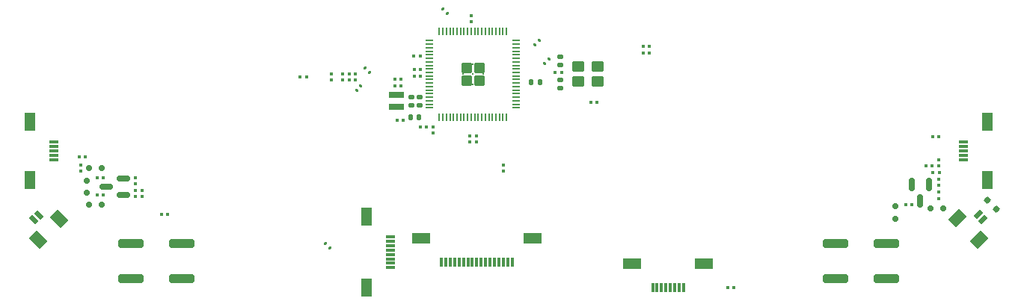
<source format=gbr>
%TF.GenerationSoftware,KiCad,Pcbnew,9.0.6-rc2*%
%TF.CreationDate,2025-11-07T01:00:34-08:00*%
%TF.ProjectId,Latte_Main_Board,4c617474-655f-44d6-9169-6e5f426f6172,rev?*%
%TF.SameCoordinates,Original*%
%TF.FileFunction,Paste,Bot*%
%TF.FilePolarity,Positive*%
%FSLAX46Y46*%
G04 Gerber Fmt 4.6, Leading zero omitted, Abs format (unit mm)*
G04 Created by KiCad (PCBNEW 9.0.6-rc2) date 2025-11-07 01:00:34*
%MOMM*%
%LPD*%
G01*
G04 APERTURE LIST*
G04 Aperture macros list*
%AMRoundRect*
0 Rectangle with rounded corners*
0 $1 Rounding radius*
0 $2 $3 $4 $5 $6 $7 $8 $9 X,Y pos of 4 corners*
0 Add a 4 corners polygon primitive as box body*
4,1,4,$2,$3,$4,$5,$6,$7,$8,$9,$2,$3,0*
0 Add four circle primitives for the rounded corners*
1,1,$1+$1,$2,$3*
1,1,$1+$1,$4,$5*
1,1,$1+$1,$6,$7*
1,1,$1+$1,$8,$9*
0 Add four rect primitives between the rounded corners*
20,1,$1+$1,$2,$3,$4,$5,0*
20,1,$1+$1,$4,$5,$6,$7,0*
20,1,$1+$1,$6,$7,$8,$9,0*
20,1,$1+$1,$8,$9,$2,$3,0*%
%AMRotRect*
0 Rectangle, with rotation*
0 The origin of the aperture is its center*
0 $1 length*
0 $2 width*
0 $3 Rotation angle, in degrees counterclockwise*
0 Add horizontal line*
21,1,$1,$2,0,0,$3*%
G04 Aperture macros list end*
%ADD10RoundRect,0.150000X0.587500X0.150000X-0.587500X0.150000X-0.587500X-0.150000X0.587500X-0.150000X0*%
%ADD11RoundRect,0.150000X0.247487X0.035355X0.035355X0.247487X-0.247487X-0.035355X-0.035355X-0.247487X0*%
%ADD12RoundRect,0.079500X0.079500X0.100500X-0.079500X0.100500X-0.079500X-0.100500X0.079500X-0.100500X0*%
%ADD13RoundRect,0.150000X0.150000X0.200000X-0.150000X0.200000X-0.150000X-0.200000X0.150000X-0.200000X0*%
%ADD14RoundRect,0.079500X-0.079500X-0.100500X0.079500X-0.100500X0.079500X0.100500X-0.079500X0.100500X0*%
%ADD15RoundRect,0.140000X-0.170000X0.140000X-0.170000X-0.140000X0.170000X-0.140000X0.170000X0.140000X0*%
%ADD16RoundRect,0.079500X0.014849X-0.127279X0.127279X-0.014849X-0.014849X0.127279X-0.127279X0.014849X0*%
%ADD17R,1.700000X0.700000*%
%ADD18RoundRect,0.079500X-0.127279X-0.014849X-0.014849X-0.127279X0.127279X0.014849X0.014849X0.127279X0*%
%ADD19RotRect,0.500000X1.000000X135.000000*%
%ADD20RotRect,1.200000X1.700000X135.000000*%
%ADD21RoundRect,0.079500X0.100500X-0.079500X0.100500X0.079500X-0.100500X0.079500X-0.100500X-0.079500X0*%
%ADD22RoundRect,0.079500X-0.100500X0.079500X-0.100500X-0.079500X0.100500X-0.079500X0.100500X0.079500X0*%
%ADD23RoundRect,0.150000X-1.250000X-0.350000X1.250000X-0.350000X1.250000X0.350000X-1.250000X0.350000X0*%
%ADD24RoundRect,0.140000X0.170000X-0.140000X0.170000X0.140000X-0.170000X0.140000X-0.170000X-0.140000X0*%
%ADD25RoundRect,0.140000X-0.140000X-0.170000X0.140000X-0.170000X0.140000X0.170000X-0.140000X0.170000X0*%
%ADD26RotRect,0.500000X1.000000X225.000000*%
%ADD27RotRect,1.200000X1.700000X225.000000*%
%ADD28RoundRect,0.079500X0.127279X0.014849X0.014849X0.127279X-0.127279X-0.014849X-0.014849X-0.127279X0*%
%ADD29RoundRect,0.250000X-0.350000X0.350000X-0.350000X-0.350000X0.350000X-0.350000X0.350000X0.350000X0*%
%ADD30RoundRect,0.055000X0.055000X0.335000X-0.055000X0.335000X-0.055000X-0.335000X0.055000X-0.335000X0*%
%ADD31RoundRect,0.055000X-0.335000X0.055000X-0.335000X-0.055000X0.335000X-0.055000X0.335000X0.055000X0*%
%ADD32R,0.133333X0.133333*%
%ADD33RoundRect,0.150000X-0.150000X-0.200000X0.150000X-0.200000X0.150000X0.200000X-0.150000X0.200000X0*%
%ADD34R,0.300000X1.000000*%
%ADD35R,2.000000X1.300000*%
%ADD36R,1.000000X0.300000*%
%ADD37R,1.300000X2.000000*%
%ADD38RoundRect,0.150000X-0.150000X0.587500X-0.150000X-0.587500X0.150000X-0.587500X0.150000X0.587500X0*%
%ADD39RoundRect,0.150000X0.200000X-0.150000X0.200000X0.150000X-0.200000X0.150000X-0.200000X-0.150000X0*%
%ADD40RoundRect,0.250000X-0.450000X-0.350000X0.450000X-0.350000X0.450000X0.350000X-0.450000X0.350000X0*%
G04 APERTURE END LIST*
D10*
%TO.C,Q1*%
X32535099Y-58663800D03*
X32535099Y-60563800D03*
X30660098Y-59613800D03*
%TD*%
D11*
%TO.C,D5*%
X130365825Y-61150825D03*
X131355775Y-62140775D03*
%TD*%
D12*
%TO.C,R21*%
X101685000Y-71070000D03*
X100995000Y-71070000D03*
%TD*%
D13*
%TO.C,D4*%
X28687800Y-61696600D03*
X30087800Y-61696600D03*
%TD*%
D14*
%TO.C,C12*%
X29576200Y-60579000D03*
X30266200Y-60579000D03*
%TD*%
%TO.C,R31*%
X91405000Y-44470000D03*
X92095000Y-44470000D03*
%TD*%
D15*
%TO.C,C40*%
X65190000Y-49450927D03*
X65190000Y-50410927D03*
%TD*%
D16*
%TO.C,C37*%
X79181848Y-43550952D03*
X79669752Y-43063048D03*
%TD*%
D17*
%TO.C,L1*%
X63510000Y-49180000D03*
X63510000Y-50580000D03*
%TD*%
D18*
%TO.C,R22*%
X55456048Y-66096048D03*
X55943952Y-66583952D03*
%TD*%
D14*
%TO.C,R16*%
X36885000Y-62730000D03*
X37575000Y-62730000D03*
%TD*%
D19*
%TO.C,J1*%
X129882983Y-63312703D03*
X129317297Y-62747017D03*
D20*
X129423363Y-65610800D03*
X127019200Y-63206637D03*
%TD*%
D12*
%TO.C,C31*%
X66842200Y-52857400D03*
X66152200Y-52857400D03*
%TD*%
D21*
%TO.C,C19*%
X71932800Y-40908800D03*
X71932800Y-40218800D03*
%TD*%
D14*
%TO.C,R1*%
X81468400Y-46685200D03*
X82158400Y-46685200D03*
%TD*%
D12*
%TO.C,C34*%
X66181800Y-47117000D03*
X65491800Y-47117000D03*
%TD*%
D15*
%TO.C,C2*%
X82042000Y-47526000D03*
X82042000Y-48486000D03*
%TD*%
D14*
%TO.C,R2*%
X91405000Y-43670000D03*
X92095000Y-43670000D03*
%TD*%
D22*
%TO.C,R13*%
X58110000Y-46865000D03*
X58110000Y-47555000D03*
%TD*%
D14*
%TO.C,R24*%
X85495000Y-50090000D03*
X86185000Y-50090000D03*
%TD*%
D23*
%TO.C,SW3*%
X113175078Y-70046612D03*
X118975078Y-70046612D03*
X113175078Y-66046612D03*
X118975078Y-66046612D03*
%TD*%
D14*
%TO.C,C10*%
X124216600Y-58013600D03*
X124906600Y-58013600D03*
%TD*%
D12*
%TO.C,C35*%
X66182743Y-46365007D03*
X65492743Y-46365007D03*
%TD*%
D23*
%TO.C,SW4*%
X33404922Y-70046612D03*
X39204922Y-70046612D03*
X33404922Y-66046612D03*
X39204922Y-66046612D03*
%TD*%
D22*
%TO.C,C32*%
X67614800Y-52868000D03*
X67614800Y-53558000D03*
%TD*%
%TO.C,C30*%
X72542400Y-53858600D03*
X72542400Y-54548600D03*
%TD*%
D12*
%TO.C,R28*%
X28235000Y-56210000D03*
X27545000Y-56210000D03*
%TD*%
D14*
%TO.C,R29*%
X124175000Y-53950000D03*
X124865000Y-53950000D03*
%TD*%
D21*
%TO.C,R7*%
X33959800Y-59273000D03*
X33959800Y-58583000D03*
%TD*%
D16*
%TO.C,C38*%
X80248648Y-45633752D03*
X80736552Y-45145848D03*
%TD*%
D22*
%TO.C,C13*%
X124891800Y-58786200D03*
X124891800Y-59476200D03*
%TD*%
D12*
%TO.C,C33*%
X66156400Y-44780200D03*
X65466400Y-44780200D03*
%TD*%
D24*
%TO.C,C1*%
X82042000Y-45844400D03*
X82042000Y-44884400D03*
%TD*%
D25*
%TO.C,C23*%
X78742600Y-47777400D03*
X79702600Y-47777400D03*
%TD*%
D21*
%TO.C,R6*%
X124891800Y-57266400D03*
X124891800Y-56576400D03*
%TD*%
D14*
%TO.C,R3*%
X63335000Y-47470000D03*
X64025000Y-47470000D03*
%TD*%
D12*
%TO.C,C11*%
X30291601Y-58648600D03*
X29601601Y-58648600D03*
%TD*%
D26*
%TO.C,J2*%
X23012703Y-62817017D03*
X22447017Y-63382703D03*
D27*
X25310800Y-63276637D03*
X22906637Y-65680800D03*
%TD*%
D28*
%TO.C,C36*%
X69230352Y-39994952D03*
X68742448Y-39507048D03*
%TD*%
D12*
%TO.C,C14*%
X121807800Y-61645800D03*
X121117800Y-61645800D03*
%TD*%
D22*
%TO.C,R23*%
X75560000Y-57170000D03*
X75560000Y-57860000D03*
%TD*%
D29*
%TO.C,U2*%
X72836667Y-46173333D03*
X71436667Y-46173333D03*
X72836667Y-47573333D03*
X71436667Y-47573333D03*
D30*
X68336667Y-41976833D03*
X68736667Y-41976834D03*
X69136667Y-41976833D03*
X69536667Y-41976833D03*
X69936667Y-41976834D03*
X70336667Y-41976833D03*
X70736667Y-41976833D03*
X71136667Y-41976833D03*
X71536667Y-41976834D03*
X71936667Y-41976833D03*
X72336667Y-41976833D03*
X72736667Y-41976834D03*
X73136667Y-41976833D03*
X73536667Y-41976833D03*
X73936667Y-41976833D03*
X74336667Y-41976834D03*
X74736667Y-41976833D03*
X75136667Y-41976833D03*
X75536667Y-41976834D03*
X75936667Y-41976833D03*
D31*
X77033167Y-43073333D03*
X77033166Y-43473333D03*
X77033167Y-43873333D03*
X77033167Y-44273333D03*
X77033166Y-44673333D03*
X77033167Y-45073333D03*
X77033167Y-45473333D03*
X77033167Y-45873333D03*
X77033166Y-46273333D03*
X77033167Y-46673333D03*
X77033167Y-47073333D03*
X77033166Y-47473333D03*
X77033167Y-47873333D03*
X77033167Y-48273333D03*
X77033167Y-48673333D03*
X77033166Y-49073333D03*
X77033167Y-49473333D03*
X77033167Y-49873333D03*
X77033166Y-50273333D03*
X77033167Y-50673333D03*
D30*
X75936667Y-51769833D03*
X75536667Y-51769832D03*
X75136667Y-51769833D03*
X74736667Y-51769833D03*
X74336667Y-51769832D03*
X73936667Y-51769833D03*
X73536667Y-51769833D03*
X73136667Y-51769833D03*
X72736667Y-51769832D03*
X72336667Y-51769833D03*
X71936667Y-51769833D03*
X71536667Y-51769832D03*
X71136667Y-51769833D03*
X70736667Y-51769833D03*
X70336667Y-51769833D03*
X69936667Y-51769832D03*
X69536667Y-51769833D03*
X69136667Y-51769833D03*
X68736667Y-51769832D03*
X68336667Y-51769833D03*
D31*
X67240167Y-50673333D03*
X67240168Y-50273333D03*
X67240167Y-49873333D03*
X67240167Y-49473333D03*
X67240168Y-49073333D03*
X67240167Y-48673333D03*
X67240167Y-48273333D03*
X67240167Y-47873333D03*
X67240168Y-47473333D03*
X67240167Y-47073333D03*
X67240167Y-46673333D03*
X67240168Y-46273333D03*
X67240167Y-45873333D03*
X67240167Y-45473333D03*
X67240167Y-45073333D03*
X67240168Y-44673333D03*
X67240167Y-44273333D03*
X67240167Y-43873333D03*
X67240168Y-43473333D03*
X67240167Y-43073333D03*
D32*
X73270000Y-45740000D03*
X71003334Y-45740000D03*
X72136667Y-45740001D03*
X73269999Y-46873333D03*
X72136667Y-46873333D03*
X71003335Y-46873333D03*
X72136667Y-48006665D03*
X73270000Y-48006666D03*
X71003334Y-48006666D03*
%TD*%
D22*
%TO.C,R30*%
X56070000Y-46855000D03*
X56070000Y-47545000D03*
%TD*%
D33*
%TO.C,D2*%
X125363200Y-62077600D03*
X123963200Y-62077600D03*
%TD*%
D34*
%TO.C,J9*%
X68569999Y-68140000D03*
X69070000Y-68140000D03*
X69570000Y-68140000D03*
X70070000Y-68140001D03*
X70570000Y-68140000D03*
X71070000Y-68140000D03*
X71570000Y-68140000D03*
X72070000Y-68140000D03*
X72570000Y-68140001D03*
X73070000Y-68140000D03*
X73570000Y-68140000D03*
X74070000Y-68140000D03*
X74570000Y-68140000D03*
X75070000Y-68140001D03*
X75570000Y-68140000D03*
X76070000Y-68140000D03*
X76570001Y-68140000D03*
D35*
X66270000Y-65440000D03*
X78870000Y-65440000D03*
%TD*%
D36*
%TO.C,J5*%
X62780000Y-68800000D03*
X62780000Y-68300000D03*
X62780000Y-67800000D03*
X62780000Y-67300000D03*
X62780000Y-66800000D03*
X62780000Y-66300000D03*
X62780000Y-65800000D03*
X62780000Y-65300000D03*
D37*
X60080000Y-71099999D03*
X60080000Y-63000001D03*
%TD*%
D14*
%TO.C,R4*%
X63335000Y-48170000D03*
X64025000Y-48170000D03*
%TD*%
D22*
%TO.C,R12*%
X58820000Y-46865000D03*
X58820000Y-47555000D03*
%TD*%
D25*
%TO.C,C41*%
X65077400Y-51765200D03*
X66037400Y-51765200D03*
%TD*%
D18*
%TO.C,R27*%
X59916048Y-46206048D03*
X60403952Y-46693952D03*
%TD*%
D22*
%TO.C,C29*%
X71780400Y-53858600D03*
X71780400Y-54548600D03*
%TD*%
D38*
%TO.C,Q2*%
X121833600Y-59387500D03*
X123733600Y-59387500D03*
X122783600Y-61262501D03*
%TD*%
D14*
%TO.C,R11*%
X63536000Y-52095400D03*
X64226000Y-52095400D03*
%TD*%
D21*
%TO.C,R5*%
X33959800Y-60746200D03*
X33959800Y-60056200D03*
%TD*%
D36*
%TO.C,J6*%
X24714200Y-56570003D03*
X24714200Y-56070001D03*
X24714200Y-55570002D03*
X24714200Y-55070003D03*
X24714200Y-54570001D03*
D37*
X22014201Y-58870000D03*
X22014201Y-52270004D03*
%TD*%
D36*
%TO.C,J4*%
X127652801Y-54570001D03*
X127652801Y-55070003D03*
X127652801Y-55570002D03*
X127652801Y-56070001D03*
X127652801Y-56570003D03*
D37*
X130352800Y-52270004D03*
X130352800Y-58870000D03*
%TD*%
D16*
%TO.C,R26*%
X58956048Y-48663952D03*
X59443952Y-48176048D03*
%TD*%
D15*
%TO.C,C39*%
X66110494Y-49450927D03*
X66110494Y-50410927D03*
%TD*%
D22*
%TO.C,R14*%
X57400000Y-46865000D03*
X57400000Y-47555000D03*
%TD*%
D13*
%TO.C,D1*%
X28687800Y-57531000D03*
X30087800Y-57531000D03*
%TD*%
D22*
%TO.C,R10*%
X124891800Y-60259400D03*
X124891800Y-60949400D03*
%TD*%
D21*
%TO.C,R9*%
X27711400Y-57876000D03*
X27711400Y-57186000D03*
%TD*%
D12*
%TO.C,R25*%
X53285000Y-47190000D03*
X52595000Y-47190000D03*
%TD*%
D39*
%TO.C,D6*%
X119989600Y-61860200D03*
X119989600Y-63260200D03*
%TD*%
D12*
%TO.C,R8*%
X124124595Y-57259242D03*
X123434595Y-57259242D03*
%TD*%
D34*
%TO.C,J3*%
X92480000Y-71050000D03*
X92980000Y-71050000D03*
X93480000Y-71050000D03*
X93980000Y-71050000D03*
X94480000Y-71050000D03*
X94980000Y-71050000D03*
X95480000Y-71050000D03*
X95980000Y-71050000D03*
D35*
X90180001Y-68350000D03*
X98279999Y-68350000D03*
%TD*%
D40*
%TO.C,Y1*%
X84066200Y-46020000D03*
X86266200Y-46020000D03*
X86266200Y-47720000D03*
X84066200Y-47720000D03*
%TD*%
D39*
%TO.C,D3*%
X28422600Y-58939200D03*
X28422600Y-60339200D03*
%TD*%
D22*
%TO.C,C9*%
X34721799Y-60056200D03*
X34721799Y-60746200D03*
%TD*%
M02*

</source>
